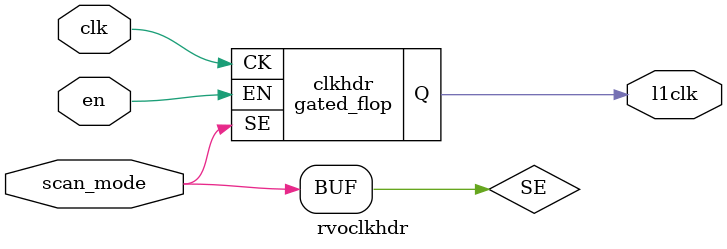
<source format=sv>



module rvdff #( parameter WIDTH=1, SHORT=0 )
   (
     input logic [WIDTH-1:0] din,
     input logic           clk,
     input logic                   rst_l,

     output logic [WIDTH-1:0] dout
     );

if (SHORT == 1) begin
   assign dout = din;
end
else begin
`ifdef CLOCKGATE
   always @(posedge tb_top.clk) begin
      #0 $strobe("CG: %0t %m din %x dout %x clk %b width %d",$time,din,dout,clk,WIDTH);
   end
`endif

   always_ff @(posedge clk or negedge rst_l) begin
      if (rst_l == 0)
        dout[WIDTH-1:0] <= 0;
      else
        dout[WIDTH-1:0] <= din[WIDTH-1:0];
   end

end
endmodule

// rvdff with 2:1 input mux to flop din iff sel==1
module rvdffs #( parameter WIDTH=1, SHORT=0 )
   (
     input logic [WIDTH-1:0] din,
     input logic             en,
     input logic           clk,
     input logic                   rst_l,
     output logic [WIDTH-1:0] dout
     );

if (SHORT == 1) begin : genblock
   assign dout = din;
end
else begin : genblock
   rvdff #(WIDTH) dffs (.din((en) ? din[WIDTH-1:0] : dout[WIDTH-1:0]), .*);
end

endmodule

// rvdff with en and clear
module rvdffsc #( parameter WIDTH=1, SHORT=0 )
   (
     input logic [WIDTH-1:0] din,
     input logic             en,
     input logic             clear,
     input logic           clk,
     input logic                   rst_l,
     output logic [WIDTH-1:0] dout
     );

   logic [WIDTH-1:0]          din_new;
if (SHORT == 1) begin
   assign dout = din;
end
else begin
   assign din_new = {WIDTH{~clear}} & (en ? din[WIDTH-1:0] : dout[WIDTH-1:0]);
   rvdff #(WIDTH) dffsc (.din(din_new[WIDTH-1:0]), .*);
end
endmodule

module rvdffe #( parameter WIDTH=1, SHORT=0 )
   (
     input  logic [WIDTH-1:0] din,
     input  logic           en,
     input  logic           clk,
     input  logic           rst_l,
     input  logic             scan_mode,
     output logic [WIDTH-1:0] dout
     );

   logic                      l1clk;

if (SHORT == 1) begin : genblock
   if (1) begin : genblock
      assign dout = din;
   end
end
else begin : genblock

`ifndef PHYSICAL
   if (WIDTH >= 8) begin: genblock
`endif

`ifdef RV_FPGA_OPTIMIZE
      rvdffs #(WIDTH) dff ( .* );
`else
      rvclkhdr clkhdr ( .* );
      rvdff #(WIDTH) dff (.*, .clk(l1clk));
`endif

`ifndef PHYSICAL
   end
   else
      $error(" rvdffe width must be >= 8");
`endif
end // else: !if(SHORT == 1)

endmodule // rvdffe

module rvsyncss #(parameter WIDTH = 251)
   (
     input  logic                 clk,
     input  logic                 rst_l,
     input  logic [WIDTH-1:0]     din,
     output logic [WIDTH-1:0]     dout
     );

   logic [WIDTH-1:0]              din_ff1;

   rvdff #(WIDTH) sync_ff1  (.*, .din (din[WIDTH-1:0]),     .dout(din_ff1[WIDTH-1:0]));
   rvdff #(WIDTH) sync_ff2  (.*, .din (din_ff1[WIDTH-1:0]), .dout(dout[WIDTH-1:0]));

endmodule // rvsyncss

module rvlsadder
  (
    input logic [31:0] rs1,
    input logic [11:0] offset,

    output logic [31:0] dout
    );

   logic                cout;
   logic                sign;

   logic [31:12]        rs1_inc;
   logic [31:12]        rs1_dec;

   assign {cout,dout[11:0]} = {1'b0,rs1[11:0]} + {1'b0,offset[11:0]};

   assign rs1_inc[31:12] = rs1[31:12] + 1;

   assign rs1_dec[31:12] = rs1[31:12] - 1;

   assign sign = offset[11];

   assign dout[31:12] = ({20{  sign ^~  cout}} &     rs1[31:12]) |
                        ({20{ ~sign &   cout}}  & rs1_inc[31:12]) |
                        ({20{  sign &  ~cout}}  & rs1_dec[31:12]);

endmodule // rvlsadder

// assume we only maintain pc[31:1] in the pipe

module rvbradder
  (
    input [31:1] pc,
    input [12:1] offset,

    output [31:1] dout
    );

   logic          cout;
   logic          sign;

   logic [31:13]  pc_inc;
   logic [31:13]  pc_dec;

   assign {cout,dout[12:1]} = {1'b0,pc[12:1]} + {1'b0,offset[12:1]};

   assign pc_inc[31:13] = pc[31:13] + 1;

   assign pc_dec[31:13] = pc[31:13] - 1;

   assign sign = offset[12];


   assign dout[31:13] = ({19{  sign ^~  cout}} &     pc[31:13]) |
                        ({19{ ~sign &   cout}}  & pc_inc[31:13]) |
                        ({19{  sign &  ~cout}}  & pc_dec[31:13]);


endmodule // rvbradder


// 2s complement circuit
module rvtwoscomp #( parameter WIDTH=32 )
   (
     input logic [WIDTH-1:0] din,

     output logic [WIDTH-1:0] dout
     );

   logic [WIDTH-1:1]          dout_temp;   // holding for all other bits except for the lsb. LSB is always din

   genvar                     i;

   for ( i = 1; i < WIDTH; i++ )  begin : flip_after_first_one
      assign dout_temp[i] = (|din[i-1:0]) ? ~din[i] : din[i];
   end : flip_after_first_one

   assign dout[WIDTH-1:0]  = { dout_temp[WIDTH-1:1], din[0] };

endmodule  // 2'scomp

// find first
module rvfindfirst1 #( parameter WIDTH=32, SHIFT=$clog2(WIDTH) )
   (
     input logic [WIDTH-1:0] din,

     output logic [SHIFT-1:0] dout
     );
   logic                      done;

   always_comb begin
      dout[SHIFT-1:0] = {SHIFT{1'b0}};
      done    = 1'b0;

      for ( int i = WIDTH-1; i > 0; i-- )  begin : find_first_one
         done |= din[i];
         dout[SHIFT-1:0] += done ? 1'b0 : 1'b1;
      end : find_first_one
   end
endmodule // rvfindfirst1

module rvfindfirst1hot #( parameter WIDTH=32 )
   (
     input logic [WIDTH-1:0] din,

     output logic [WIDTH-1:0] dout
     );
   logic                      done;

   always_comb begin
      dout[WIDTH-1:0] = {WIDTH{1'b0}};
      done    = 1'b0;
      for ( int i = 0; i < WIDTH; i++ )  begin : find_first_one
         dout[i] = ~done & din[i];
         done   |= din[i];
      end : find_first_one
   end
endmodule // rvfindfirst1hot

// mask and match function matches bits after finding the first 0 position
// find first starting from LSB. Skip that location and match the rest of the bits
module rvmaskandmatch #( parameter WIDTH=32 )
   (
     input  logic [WIDTH-1:0] mask,     // this will have the mask in the lower bit positions
     input  logic [WIDTH-1:0] data,     // this is what needs to be matched on the upper bits with the mask's upper bits
     input  logic             masken,   // when 1 : do mask. 0 : full match
     output logic             match
     );

   logic [WIDTH-1:0]          matchvec;
   logic                      masken_or_fullmask;

   assign masken_or_fullmask = masken &  ~(&mask[WIDTH-1:0]);

   assign matchvec[0]        = masken_or_fullmask | (mask[0] == data[0]);
   genvar                     i;

   for ( i = 1; i < WIDTH; i++ )  begin : match_after_first_zero
      assign matchvec[i] = (&mask[i-1:0] & masken_or_fullmask) ? 1'b1 : (mask[i] == data[i]);
   end : match_after_first_zero

   assign match  = &matchvec[WIDTH-1:0];    // all bits either matched or were masked off

endmodule // rvmaskandmatch




// Check if the S_ADDR <= addr < E_ADDR
module rvrangecheck  #(CCM_SADR = 32'h0,
                       CCM_SIZE  = 128) (
   input  logic [31:0]   addr,                             // Address to be checked for range
   output logic          in_range,                            // S_ADDR <= start_addr < E_ADDR
   output logic          in_region
);

   localparam REGION_BITS = 4;
   localparam MASK_BITS = 10 + $clog2(CCM_SIZE);

   logic [31:0]          start_addr;
   logic [3:0]           region;

   assign start_addr[31:0]        = CCM_SADR;
   assign region[REGION_BITS-1:0] = start_addr[31:(32-REGION_BITS)];

   assign in_region = (addr[31:(32-REGION_BITS)] == region[REGION_BITS-1:0]);
   if (CCM_SIZE  == 48)
    assign in_range  = (addr[31:MASK_BITS] == start_addr[31:MASK_BITS]) & ~(&addr[MASK_BITS-1 : MASK_BITS-2]);
   else
    assign in_range  = (addr[31:MASK_BITS] == start_addr[31:MASK_BITS]);

endmodule  // rvrangechecker

// 16 bit even parity generator
module rveven_paritygen #(WIDTH = 16)  (
                                         input  logic [WIDTH-1:0]  data_in,         // Data
                                         output logic              parity_out       // generated even parity
                                         );

   assign  parity_out =  ^(data_in[WIDTH-1:0]) ;

endmodule  // rveven_paritygen

module rveven_paritycheck #(WIDTH = 16)  (
                                           input  logic [WIDTH-1:0]  data_in,         // Data
                                           input  logic              parity_in,
                                           output logic              parity_err       // Parity error
                                           );

   assign  parity_err =  ^(data_in[WIDTH-1:0]) ^ parity_in ;

endmodule  // rveven_paritycheck

module rvecc_encode  (
                      input [31:0] din,
                      output [6:0] ecc_out
                      );
logic [5:0] ecc_out_temp;

   assign ecc_out_temp[0] = din[0]^din[1]^din[3]^din[4]^din[6]^din[8]^din[10]^din[11]^din[13]^din[15]^din[17]^din[19]^din[21]^din[23]^din[25]^din[26]^din[28]^din[30];
   assign ecc_out_temp[1] = din[0]^din[2]^din[3]^din[5]^din[6]^din[9]^din[10]^din[12]^din[13]^din[16]^din[17]^din[20]^din[21]^din[24]^din[25]^din[27]^din[28]^din[31];
   assign ecc_out_temp[2] = din[1]^din[2]^din[3]^din[7]^din[8]^din[9]^din[10]^din[14]^din[15]^din[16]^din[17]^din[22]^din[23]^din[24]^din[25]^din[29]^din[30]^din[31];
   assign ecc_out_temp[3] = din[4]^din[5]^din[6]^din[7]^din[8]^din[9]^din[10]^din[18]^din[19]^din[20]^din[21]^din[22]^din[23]^din[24]^din[25];
   assign ecc_out_temp[4] = din[11]^din[12]^din[13]^din[14]^din[15]^din[16]^din[17]^din[18]^din[19]^din[20]^din[21]^din[22]^din[23]^din[24]^din[25];
   assign ecc_out_temp[5] = din[26]^din[27]^din[28]^din[29]^din[30]^din[31];

   assign ecc_out[6:0] = {(^din[31:0])^(^ecc_out_temp[5:0]),ecc_out_temp[5:0]};

endmodule // rvecc_encode

module rvecc_decode  (
                      input         en,
                      input [31:0]  din,
                      input [6:0]   ecc_in,
                      input         sed_ded,    // only do detection and no correction. Used for the I$
                      output [31:0] dout,
                      output [6:0]  ecc_out,
                      output        single_ecc_error,
                      output        double_ecc_error

                      );

   logic [6:0]                      ecc_check;
   logic [38:0]                     error_mask;
   logic [38:0]                     din_plus_parity, dout_plus_parity;

   // Generate the ecc bits
   assign ecc_check[0] = ecc_in[0]^din[0]^din[1]^din[3]^din[4]^din[6]^din[8]^din[10]^din[11]^din[13]^din[15]^din[17]^din[19]^din[21]^din[23]^din[25]^din[26]^din[28]^din[30];
   assign ecc_check[1] = ecc_in[1]^din[0]^din[2]^din[3]^din[5]^din[6]^din[9]^din[10]^din[12]^din[13]^din[16]^din[17]^din[20]^din[21]^din[24]^din[25]^din[27]^din[28]^din[31];
   assign ecc_check[2] = ecc_in[2]^din[1]^din[2]^din[3]^din[7]^din[8]^din[9]^din[10]^din[14]^din[15]^din[16]^din[17]^din[22]^din[23]^din[24]^din[25]^din[29]^din[30]^din[31];
   assign ecc_check[3] = ecc_in[3]^din[4]^din[5]^din[6]^din[7]^din[8]^din[9]^din[10]^din[18]^din[19]^din[20]^din[21]^din[22]^din[23]^din[24]^din[25];
   assign ecc_check[4] = ecc_in[4]^din[11]^din[12]^din[13]^din[14]^din[15]^din[16]^din[17]^din[18]^din[19]^din[20]^din[21]^din[22]^din[23]^din[24]^din[25];
   assign ecc_check[5] = ecc_in[5]^din[26]^din[27]^din[28]^din[29]^din[30]^din[31];

   // This is the parity bit
   assign ecc_check[6] = ((^din[31:0])^(^ecc_in[6:0])) & ~sed_ded;

   assign single_ecc_error = en & (ecc_check[6:0] != 0) & ecc_check[6];   // this will never be on for sed_ded
   assign double_ecc_error = en & (ecc_check[6:0] != 0) & ~ecc_check[6];  // all errors in the sed_ded case will be recorded as DE

   // Generate the mask for error correctiong
   for (genvar i=1; i<40; i++) begin
      assign error_mask[i-1] = (ecc_check[5:0] == i);
   end

   // Generate the corrected data
   assign din_plus_parity[38:0] = {ecc_in[6], din[31:26], ecc_in[5], din[25:11], ecc_in[4], din[10:4], ecc_in[3], din[3:1], ecc_in[2], din[0], ecc_in[1:0]};

   assign dout_plus_parity[38:0] = single_ecc_error ? (error_mask[38:0] ^ din_plus_parity[38:0]) : din_plus_parity[38:0];
   assign dout[31:0]             = {dout_plus_parity[37:32], dout_plus_parity[30:16], dout_plus_parity[14:8], dout_plus_parity[6:4], dout_plus_parity[2]};
   assign ecc_out[6:0]           = {(dout_plus_parity[38] ^ (ecc_check[6:0] == 7'b1000000)), dout_plus_parity[31], dout_plus_parity[15], dout_plus_parity[7], dout_plus_parity[3], dout_plus_parity[1:0]};

endmodule // rvecc_decode

module rvecc_encode_64  (
                      input [63:0] din,
                      output [6:0] ecc_out
                      );
  assign ecc_out[0] = din[0]^din[1]^din[3]^din[4]^din[6]^din[8]^din[10]^din[11]^din[13]^din[15]^din[17]^din[19]^din[21]^din[23]^din[25]^din[26]^din[28]^din[30]^din[32]^din[34]^din[36]^din[38]^din[40]^din[42]^din[44]^din[46]^din[48]^din[50]^din[52]^din[54]^din[56]^din[57]^din[59]^din[61]^din[63];

   assign ecc_out[1] = din[0]^din[2]^din[3]^din[5]^din[6]^din[9]^din[10]^din[12]^din[13]^din[16]^din[17]^din[20]^din[21]^din[24]^din[25]^din[27]^din[28]^din[31]^din[32]^din[35]^din[36]^din[39]^din[40]^din[43]^din[44]^din[47]^din[48]^din[51]^din[52]^din[55]^din[56]^din[58]^din[59]^din[62]^din[63];

   assign ecc_out[2] = din[1]^din[2]^din[3]^din[7]^din[8]^din[9]^din[10]^din[14]^din[15]^din[16]^din[17]^din[22]^din[23]^din[24]^din[25]^din[29]^din[30]^din[31]^din[32]^din[37]^din[38]^din[39]^din[40]^din[45]^din[46]^din[47]^din[48]^din[53]^din[54]^din[55]^din[56]^din[60]^din[61]^din[62]^din[63];

   assign ecc_out[3] = din[4]^din[5]^din[6]^din[7]^din[8]^din[9]^din[10]^din[18]^din[19]^din[20]^din[21]^din[22]^din[23]^din[24]^din[25]^din[33]^din[34]^din[35]^din[36]^din[37]^din[38]^din[39]^din[40]^din[49]^din[50]^din[51]^din[52]^din[53]^din[54]^din[55]^din[56];

   assign ecc_out[4] = din[11]^din[12]^din[13]^din[14]^din[15]^din[16]^din[17]^din[18]^din[19]^din[20]^din[21]^din[22]^din[23]^din[24]^din[25]^din[41]^din[42]^din[43]^din[44]^din[45]^din[46]^din[47]^din[48]^din[49]^din[50]^din[51]^din[52]^din[53]^din[54]^din[55]^din[56];

   assign ecc_out[5] = din[26]^din[27]^din[28]^din[29]^din[30]^din[31]^din[32]^din[33]^din[34]^din[35]^din[36]^din[37]^din[38]^din[39]^din[40]^din[41]^din[42]^din[43]^din[44]^din[45]^din[46]^din[47]^din[48]^din[49]^din[50]^din[51]^din[52]^din[53]^din[54]^din[55]^din[56];

   assign ecc_out[6] = din[57]^din[58]^din[59]^din[60]^din[61]^din[62]^din[63];

endmodule // rvecc_encode_64


module rvecc_decode_64  (
                      input         en,
                      input [63:0]  din,
                      input [6:0]   ecc_in,
                      output        ecc_error
                      );

   logic [6:0]                      ecc_check;

   // Generate the ecc bits
   assign ecc_check[0] = ecc_in[0]^din[0]^din[1]^din[3]^din[4]^din[6]^din[8]^din[10]^din[11]^din[13]^din[15]^din[17]^din[19]^din[21]^din[23]^din[25]^din[26]^din[28]^din[30]^din[32]^din[34]^din[36]^din[38]^din[40]^din[42]^din[44]^din[46]^din[48]^din[50]^din[52]^din[54]^din[56]^din[57]^din[59]^din[61]^din[63];

   assign ecc_check[1] = ecc_in[1]^din[0]^din[2]^din[3]^din[5]^din[6]^din[9]^din[10]^din[12]^din[13]^din[16]^din[17]^din[20]^din[21]^din[24]^din[25]^din[27]^din[28]^din[31]^din[32]^din[35]^din[36]^din[39]^din[40]^din[43]^din[44]^din[47]^din[48]^din[51]^din[52]^din[55]^din[56]^din[58]^din[59]^din[62]^din[63];

   assign ecc_check[2] = ecc_in[2]^din[1]^din[2]^din[3]^din[7]^din[8]^din[9]^din[10]^din[14]^din[15]^din[16]^din[17]^din[22]^din[23]^din[24]^din[25]^din[29]^din[30]^din[31]^din[32]^din[37]^din[38]^din[39]^din[40]^din[45]^din[46]^din[47]^din[48]^din[53]^din[54]^din[55]^din[56]^din[60]^din[61]^din[62]^din[63];

   assign ecc_check[3] = ecc_in[3]^din[4]^din[5]^din[6]^din[7]^din[8]^din[9]^din[10]^din[18]^din[19]^din[20]^din[21]^din[22]^din[23]^din[24]^din[25]^din[33]^din[34]^din[35]^din[36]^din[37]^din[38]^din[39]^din[40]^din[49]^din[50]^din[51]^din[52]^din[53]^din[54]^din[55]^din[56];

   assign ecc_check[4] = ecc_in[4]^din[11]^din[12]^din[13]^din[14]^din[15]^din[16]^din[17]^din[18]^din[19]^din[20]^din[21]^din[22]^din[23]^din[24]^din[25]^din[41]^din[42]^din[43]^din[44]^din[45]^din[46]^din[47]^din[48]^din[49]^din[50]^din[51]^din[52]^din[53]^din[54]^din[55]^din[56];

   assign ecc_check[5] = ecc_in[5]^din[26]^din[27]^din[28]^din[29]^din[30]^din[31]^din[32]^din[33]^din[34]^din[35]^din[36]^din[37]^din[38]^din[39]^din[40]^din[41]^din[42]^din[43]^din[44]^din[45]^din[46]^din[47]^din[48]^din[49]^din[50]^din[51]^din[52]^din[53]^din[54]^din[55]^din[56];

   assign ecc_check[6] = ecc_in[6]^din[57]^din[58]^din[59]^din[60]^din[61]^din[62]^din[63];

   assign ecc_error = en & (ecc_check[6:0] != 0);  // all errors in the sed_ded case will be recorded as DE

 endmodule // rvecc_decode_64


module gated_flop
  (
   input logic SE, EN, CK,
   output Q
   );

   logic  en_ff;
   logic  enable;

   assign      enable = EN | SE;

`ifdef VERILATOR
   always @(negedge CK) begin
      en_ff <= enable;
   end
`else
   always @(CK, enable) begin
      if(!CK)
        en_ff = enable;
   end
`endif
   assign Q = CK & en_ff;

endmodule

module rvclkhdr
  (
   input  logic en,
   input  logic clk,
   input  logic scan_mode,
   output logic l1clk
   );

   logic   SE;
   assign       SE = scan_mode;

   gated_flop clkhdr ( .*, .EN(en), .CK(clk), .Q(l1clk));

endmodule // rvclkhdr

module rvoclkhdr
  (
   input  logic en,
   input  logic clk,
   input  logic scan_mode,
   output logic l1clk
   );

   logic   SE;
   assign       SE = scan_mode;

`ifdef RV_FPGA_OPTIMIZE
   assign l1clk = clk;
`else
   gated_flop clkhdr ( .*, .EN(en), .CK(clk), .Q(l1clk));
`endif

endmodule




</source>
